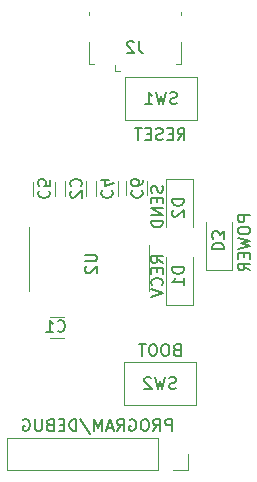
<source format=gbr>
G04 #@! TF.GenerationSoftware,KiCad,Pcbnew,(5.1.4-0-10_14)*
G04 #@! TF.CreationDate,2020-06-27T12:48:12+01:00*
G04 #@! TF.ProjectId,Informer207,496e666f-726d-4657-9232-30372e6b6963,rev?*
G04 #@! TF.SameCoordinates,Original*
G04 #@! TF.FileFunction,Legend,Bot*
G04 #@! TF.FilePolarity,Positive*
%FSLAX46Y46*%
G04 Gerber Fmt 4.6, Leading zero omitted, Abs format (unit mm)*
G04 Created by KiCad (PCBNEW (5.1.4-0-10_14)) date 2020-06-27 12:48:12*
%MOMM*%
%LPD*%
G04 APERTURE LIST*
%ADD10C,0.150000*%
%ADD11C,0.120000*%
G04 APERTURE END LIST*
D10*
X164536380Y-107132571D02*
X164060190Y-106799238D01*
X164536380Y-106561142D02*
X163536380Y-106561142D01*
X163536380Y-106942095D01*
X163584000Y-107037333D01*
X163631619Y-107084952D01*
X163726857Y-107132571D01*
X163869714Y-107132571D01*
X163964952Y-107084952D01*
X164012571Y-107037333D01*
X164060190Y-106942095D01*
X164060190Y-106561142D01*
X164012571Y-107561142D02*
X164012571Y-107894476D01*
X164536380Y-108037333D02*
X164536380Y-107561142D01*
X163536380Y-107561142D01*
X163536380Y-108037333D01*
X164441142Y-109037333D02*
X164488761Y-108989714D01*
X164536380Y-108846857D01*
X164536380Y-108751619D01*
X164488761Y-108608761D01*
X164393523Y-108513523D01*
X164298285Y-108465904D01*
X164107809Y-108418285D01*
X163964952Y-108418285D01*
X163774476Y-108465904D01*
X163679238Y-108513523D01*
X163584000Y-108608761D01*
X163536380Y-108751619D01*
X163536380Y-108846857D01*
X163584000Y-108989714D01*
X163631619Y-109037333D01*
X163536380Y-109323047D02*
X164536380Y-109656380D01*
X163536380Y-109989714D01*
X164488761Y-100600095D02*
X164536380Y-100742952D01*
X164536380Y-100981047D01*
X164488761Y-101076285D01*
X164441142Y-101123904D01*
X164345904Y-101171523D01*
X164250666Y-101171523D01*
X164155428Y-101123904D01*
X164107809Y-101076285D01*
X164060190Y-100981047D01*
X164012571Y-100790571D01*
X163964952Y-100695333D01*
X163917333Y-100647714D01*
X163822095Y-100600095D01*
X163726857Y-100600095D01*
X163631619Y-100647714D01*
X163584000Y-100695333D01*
X163536380Y-100790571D01*
X163536380Y-101028666D01*
X163584000Y-101171523D01*
X164012571Y-101600095D02*
X164012571Y-101933428D01*
X164536380Y-102076285D02*
X164536380Y-101600095D01*
X163536380Y-101600095D01*
X163536380Y-102076285D01*
X164536380Y-102504857D02*
X163536380Y-102504857D01*
X164536380Y-103076285D01*
X163536380Y-103076285D01*
X164536380Y-103552476D02*
X163536380Y-103552476D01*
X163536380Y-103790571D01*
X163584000Y-103933428D01*
X163679238Y-104028666D01*
X163774476Y-104076285D01*
X163964952Y-104123904D01*
X164107809Y-104123904D01*
X164298285Y-104076285D01*
X164393523Y-104028666D01*
X164488761Y-103933428D01*
X164536380Y-103790571D01*
X164536380Y-103552476D01*
X171902380Y-103100476D02*
X170902380Y-103100476D01*
X170902380Y-103481428D01*
X170950000Y-103576666D01*
X170997619Y-103624285D01*
X171092857Y-103671904D01*
X171235714Y-103671904D01*
X171330952Y-103624285D01*
X171378571Y-103576666D01*
X171426190Y-103481428D01*
X171426190Y-103100476D01*
X170902380Y-104290952D02*
X170902380Y-104481428D01*
X170950000Y-104576666D01*
X171045238Y-104671904D01*
X171235714Y-104719523D01*
X171569047Y-104719523D01*
X171759523Y-104671904D01*
X171854761Y-104576666D01*
X171902380Y-104481428D01*
X171902380Y-104290952D01*
X171854761Y-104195714D01*
X171759523Y-104100476D01*
X171569047Y-104052857D01*
X171235714Y-104052857D01*
X171045238Y-104100476D01*
X170950000Y-104195714D01*
X170902380Y-104290952D01*
X170902380Y-105052857D02*
X171902380Y-105290952D01*
X171188095Y-105481428D01*
X171902380Y-105671904D01*
X170902380Y-105910000D01*
X171378571Y-106290952D02*
X171378571Y-106624285D01*
X171902380Y-106767142D02*
X171902380Y-106290952D01*
X170902380Y-106290952D01*
X170902380Y-106767142D01*
X171902380Y-107767142D02*
X171426190Y-107433809D01*
X171902380Y-107195714D02*
X170902380Y-107195714D01*
X170902380Y-107576666D01*
X170950000Y-107671904D01*
X170997619Y-107719523D01*
X171092857Y-107767142D01*
X171235714Y-107767142D01*
X171330952Y-107719523D01*
X171378571Y-107671904D01*
X171426190Y-107576666D01*
X171426190Y-107195714D01*
X165695142Y-114482571D02*
X165552285Y-114530190D01*
X165504666Y-114577809D01*
X165457047Y-114673047D01*
X165457047Y-114815904D01*
X165504666Y-114911142D01*
X165552285Y-114958761D01*
X165647523Y-115006380D01*
X166028476Y-115006380D01*
X166028476Y-114006380D01*
X165695142Y-114006380D01*
X165599904Y-114054000D01*
X165552285Y-114101619D01*
X165504666Y-114196857D01*
X165504666Y-114292095D01*
X165552285Y-114387333D01*
X165599904Y-114434952D01*
X165695142Y-114482571D01*
X166028476Y-114482571D01*
X164838000Y-114006380D02*
X164647523Y-114006380D01*
X164552285Y-114054000D01*
X164457047Y-114149238D01*
X164409428Y-114339714D01*
X164409428Y-114673047D01*
X164457047Y-114863523D01*
X164552285Y-114958761D01*
X164647523Y-115006380D01*
X164838000Y-115006380D01*
X164933238Y-114958761D01*
X165028476Y-114863523D01*
X165076095Y-114673047D01*
X165076095Y-114339714D01*
X165028476Y-114149238D01*
X164933238Y-114054000D01*
X164838000Y-114006380D01*
X163790380Y-114006380D02*
X163599904Y-114006380D01*
X163504666Y-114054000D01*
X163409428Y-114149238D01*
X163361809Y-114339714D01*
X163361809Y-114673047D01*
X163409428Y-114863523D01*
X163504666Y-114958761D01*
X163599904Y-115006380D01*
X163790380Y-115006380D01*
X163885619Y-114958761D01*
X163980857Y-114863523D01*
X164028476Y-114673047D01*
X164028476Y-114339714D01*
X163980857Y-114149238D01*
X163885619Y-114054000D01*
X163790380Y-114006380D01*
X163076095Y-114006380D02*
X162504666Y-114006380D01*
X162790380Y-115006380D02*
X162790380Y-114006380D01*
X165790380Y-96718380D02*
X166123714Y-96242190D01*
X166361809Y-96718380D02*
X166361809Y-95718380D01*
X165980857Y-95718380D01*
X165885619Y-95766000D01*
X165838000Y-95813619D01*
X165790380Y-95908857D01*
X165790380Y-96051714D01*
X165838000Y-96146952D01*
X165885619Y-96194571D01*
X165980857Y-96242190D01*
X166361809Y-96242190D01*
X165361809Y-96194571D02*
X165028476Y-96194571D01*
X164885619Y-96718380D02*
X165361809Y-96718380D01*
X165361809Y-95718380D01*
X164885619Y-95718380D01*
X164504666Y-96670761D02*
X164361809Y-96718380D01*
X164123714Y-96718380D01*
X164028476Y-96670761D01*
X163980857Y-96623142D01*
X163933238Y-96527904D01*
X163933238Y-96432666D01*
X163980857Y-96337428D01*
X164028476Y-96289809D01*
X164123714Y-96242190D01*
X164314190Y-96194571D01*
X164409428Y-96146952D01*
X164457047Y-96099333D01*
X164504666Y-96004095D01*
X164504666Y-95908857D01*
X164457047Y-95813619D01*
X164409428Y-95766000D01*
X164314190Y-95718380D01*
X164076095Y-95718380D01*
X163933238Y-95766000D01*
X163504666Y-96194571D02*
X163171333Y-96194571D01*
X163028476Y-96718380D02*
X163504666Y-96718380D01*
X163504666Y-95718380D01*
X163028476Y-95718380D01*
X162742761Y-95718380D02*
X162171333Y-95718380D01*
X162457047Y-96718380D02*
X162457047Y-95718380D01*
X165289714Y-121356380D02*
X165289714Y-120356380D01*
X164908761Y-120356380D01*
X164813523Y-120404000D01*
X164765904Y-120451619D01*
X164718285Y-120546857D01*
X164718285Y-120689714D01*
X164765904Y-120784952D01*
X164813523Y-120832571D01*
X164908761Y-120880190D01*
X165289714Y-120880190D01*
X163718285Y-121356380D02*
X164051619Y-120880190D01*
X164289714Y-121356380D02*
X164289714Y-120356380D01*
X163908761Y-120356380D01*
X163813523Y-120404000D01*
X163765904Y-120451619D01*
X163718285Y-120546857D01*
X163718285Y-120689714D01*
X163765904Y-120784952D01*
X163813523Y-120832571D01*
X163908761Y-120880190D01*
X164289714Y-120880190D01*
X163099238Y-120356380D02*
X162908761Y-120356380D01*
X162813523Y-120404000D01*
X162718285Y-120499238D01*
X162670666Y-120689714D01*
X162670666Y-121023047D01*
X162718285Y-121213523D01*
X162813523Y-121308761D01*
X162908761Y-121356380D01*
X163099238Y-121356380D01*
X163194476Y-121308761D01*
X163289714Y-121213523D01*
X163337333Y-121023047D01*
X163337333Y-120689714D01*
X163289714Y-120499238D01*
X163194476Y-120404000D01*
X163099238Y-120356380D01*
X161718285Y-120404000D02*
X161813523Y-120356380D01*
X161956380Y-120356380D01*
X162099238Y-120404000D01*
X162194476Y-120499238D01*
X162242095Y-120594476D01*
X162289714Y-120784952D01*
X162289714Y-120927809D01*
X162242095Y-121118285D01*
X162194476Y-121213523D01*
X162099238Y-121308761D01*
X161956380Y-121356380D01*
X161861142Y-121356380D01*
X161718285Y-121308761D01*
X161670666Y-121261142D01*
X161670666Y-120927809D01*
X161861142Y-120927809D01*
X160670666Y-121356380D02*
X161004000Y-120880190D01*
X161242095Y-121356380D02*
X161242095Y-120356380D01*
X160861142Y-120356380D01*
X160765904Y-120404000D01*
X160718285Y-120451619D01*
X160670666Y-120546857D01*
X160670666Y-120689714D01*
X160718285Y-120784952D01*
X160765904Y-120832571D01*
X160861142Y-120880190D01*
X161242095Y-120880190D01*
X160289714Y-121070666D02*
X159813523Y-121070666D01*
X160384952Y-121356380D02*
X160051619Y-120356380D01*
X159718285Y-121356380D01*
X159384952Y-121356380D02*
X159384952Y-120356380D01*
X159051619Y-121070666D01*
X158718285Y-120356380D01*
X158718285Y-121356380D01*
X157527809Y-120308761D02*
X158384952Y-121594476D01*
X157194476Y-121356380D02*
X157194476Y-120356380D01*
X156956380Y-120356380D01*
X156813523Y-120404000D01*
X156718285Y-120499238D01*
X156670666Y-120594476D01*
X156623047Y-120784952D01*
X156623047Y-120927809D01*
X156670666Y-121118285D01*
X156718285Y-121213523D01*
X156813523Y-121308761D01*
X156956380Y-121356380D01*
X157194476Y-121356380D01*
X156194476Y-120832571D02*
X155861142Y-120832571D01*
X155718285Y-121356380D02*
X156194476Y-121356380D01*
X156194476Y-120356380D01*
X155718285Y-120356380D01*
X154956380Y-120832571D02*
X154813523Y-120880190D01*
X154765904Y-120927809D01*
X154718285Y-121023047D01*
X154718285Y-121165904D01*
X154765904Y-121261142D01*
X154813523Y-121308761D01*
X154908761Y-121356380D01*
X155289714Y-121356380D01*
X155289714Y-120356380D01*
X154956380Y-120356380D01*
X154861142Y-120404000D01*
X154813523Y-120451619D01*
X154765904Y-120546857D01*
X154765904Y-120642095D01*
X154813523Y-120737333D01*
X154861142Y-120784952D01*
X154956380Y-120832571D01*
X155289714Y-120832571D01*
X154289714Y-120356380D02*
X154289714Y-121165904D01*
X154242095Y-121261142D01*
X154194476Y-121308761D01*
X154099238Y-121356380D01*
X153908761Y-121356380D01*
X153813523Y-121308761D01*
X153765904Y-121261142D01*
X153718285Y-121165904D01*
X153718285Y-120356380D01*
X152718285Y-120404000D02*
X152813523Y-120356380D01*
X152956380Y-120356380D01*
X153099238Y-120404000D01*
X153194476Y-120499238D01*
X153242095Y-120594476D01*
X153289714Y-120784952D01*
X153289714Y-120927809D01*
X153242095Y-121118285D01*
X153194476Y-121213523D01*
X153099238Y-121308761D01*
X152956380Y-121356380D01*
X152861142Y-121356380D01*
X152718285Y-121308761D01*
X152670666Y-121261142D01*
X152670666Y-120927809D01*
X152861142Y-120927809D01*
D11*
X154987236Y-113508200D02*
X156191364Y-113508200D01*
X154987236Y-111688200D02*
X156191364Y-111688200D01*
X156227100Y-100221636D02*
X156227100Y-101425764D01*
X158047100Y-100221636D02*
X158047100Y-101425764D01*
X158881400Y-101425764D02*
X158881400Y-100221636D01*
X160701400Y-101425764D02*
X160701400Y-100221636D01*
X155380100Y-101454364D02*
X155380100Y-100250236D01*
X153560100Y-101454364D02*
X153560100Y-100250236D01*
X161383300Y-101413064D02*
X161383300Y-100208936D01*
X163203300Y-101413064D02*
X163203300Y-100208936D01*
X164803200Y-110675100D02*
X164803200Y-106615100D01*
X167073200Y-110675100D02*
X164803200Y-110675100D01*
X167073200Y-106615100D02*
X167073200Y-110675100D01*
X164803200Y-104049300D02*
X164803200Y-99989300D01*
X164803200Y-99989300D02*
X167073200Y-99989300D01*
X167073200Y-99989300D02*
X167073200Y-104049300D01*
X170426000Y-103646500D02*
X170426000Y-107706500D01*
X170426000Y-107706500D02*
X168156000Y-107706500D01*
X168156000Y-107706500D02*
X168156000Y-103646500D01*
X151324000Y-124647000D02*
X151324000Y-121987000D01*
X164084000Y-124647000D02*
X151324000Y-124647000D01*
X164084000Y-121987000D02*
X151324000Y-121987000D01*
X164084000Y-124647000D02*
X164084000Y-121987000D01*
X165354000Y-124647000D02*
X166684000Y-124647000D01*
X166684000Y-124647000D02*
X166684000Y-123317000D01*
X158279000Y-90306900D02*
X158729000Y-90306900D01*
X158279000Y-88456900D02*
X158279000Y-90306900D01*
X166079000Y-85906900D02*
X166079000Y-86156900D01*
X158279000Y-85906900D02*
X158279000Y-86156900D01*
X166079000Y-88456900D02*
X166079000Y-90306900D01*
X166079000Y-90306900D02*
X165629000Y-90306900D01*
X160479000Y-90856900D02*
X160929000Y-90856900D01*
X160479000Y-90856900D02*
X160479000Y-90406900D01*
X163358001Y-107523901D02*
X163358001Y-109473901D01*
X163358001Y-107523901D02*
X163358001Y-105573901D01*
X153238001Y-107523901D02*
X153238001Y-109473901D01*
X153238001Y-107523901D02*
X153238001Y-104073901D01*
X161315000Y-95068000D02*
X167435000Y-95068000D01*
X167435000Y-95068000D02*
X167435000Y-91368000D01*
X167435000Y-91368000D02*
X161315000Y-91368000D01*
X161315000Y-91368000D02*
X161315000Y-95068000D01*
X167358800Y-119198000D02*
X167358800Y-115498000D01*
X161238800Y-119198000D02*
X167358800Y-119198000D01*
X161238800Y-115498000D02*
X161238800Y-119198000D01*
X167358800Y-115498000D02*
X161238800Y-115498000D01*
D10*
X155614666Y-112879142D02*
X155662285Y-112926761D01*
X155805142Y-112974380D01*
X155900380Y-112974380D01*
X156043238Y-112926761D01*
X156138476Y-112831523D01*
X156186095Y-112736285D01*
X156233714Y-112545809D01*
X156233714Y-112402952D01*
X156186095Y-112212476D01*
X156138476Y-112117238D01*
X156043238Y-112022000D01*
X155900380Y-111974380D01*
X155805142Y-111974380D01*
X155662285Y-112022000D01*
X155614666Y-112069619D01*
X154662285Y-112974380D02*
X155233714Y-112974380D01*
X154948000Y-112974380D02*
X154948000Y-111974380D01*
X155043238Y-112117238D01*
X155138476Y-112212476D01*
X155233714Y-112260095D01*
X157583142Y-100657033D02*
X157630761Y-100609414D01*
X157678380Y-100466557D01*
X157678380Y-100371319D01*
X157630761Y-100228461D01*
X157535523Y-100133223D01*
X157440285Y-100085604D01*
X157249809Y-100037985D01*
X157106952Y-100037985D01*
X156916476Y-100085604D01*
X156821238Y-100133223D01*
X156726000Y-100228461D01*
X156678380Y-100371319D01*
X156678380Y-100466557D01*
X156726000Y-100609414D01*
X156773619Y-100657033D01*
X156773619Y-101037985D02*
X156726000Y-101085604D01*
X156678380Y-101180842D01*
X156678380Y-101418938D01*
X156726000Y-101514176D01*
X156773619Y-101561795D01*
X156868857Y-101609414D01*
X156964095Y-101609414D01*
X157106952Y-101561795D01*
X157678380Y-100990366D01*
X157678380Y-101609414D01*
X159408857Y-100990366D02*
X159361238Y-101037985D01*
X159313619Y-101180842D01*
X159313619Y-101276080D01*
X159361238Y-101418938D01*
X159456476Y-101514176D01*
X159551714Y-101561795D01*
X159742190Y-101609414D01*
X159885047Y-101609414D01*
X160075523Y-101561795D01*
X160170761Y-101514176D01*
X160266000Y-101418938D01*
X160313619Y-101276080D01*
X160313619Y-101180842D01*
X160266000Y-101037985D01*
X160218380Y-100990366D01*
X159980285Y-100133223D02*
X159313619Y-100133223D01*
X160361238Y-100371319D02*
X159646952Y-100609414D01*
X159646952Y-99990366D01*
X154074857Y-101004666D02*
X154027238Y-101052285D01*
X153979619Y-101195142D01*
X153979619Y-101290380D01*
X154027238Y-101433238D01*
X154122476Y-101528476D01*
X154217714Y-101576095D01*
X154408190Y-101623714D01*
X154551047Y-101623714D01*
X154741523Y-101576095D01*
X154836761Y-101528476D01*
X154932000Y-101433238D01*
X154979619Y-101290380D01*
X154979619Y-101195142D01*
X154932000Y-101052285D01*
X154884380Y-101004666D01*
X154979619Y-100099904D02*
X154979619Y-100576095D01*
X154503428Y-100623714D01*
X154551047Y-100576095D01*
X154598666Y-100480857D01*
X154598666Y-100242761D01*
X154551047Y-100147523D01*
X154503428Y-100099904D01*
X154408190Y-100052285D01*
X154170095Y-100052285D01*
X154074857Y-100099904D01*
X154027238Y-100147523D01*
X153979619Y-100242761D01*
X153979619Y-100480857D01*
X154027238Y-100576095D01*
X154074857Y-100623714D01*
X161948857Y-100977666D02*
X161901238Y-101025285D01*
X161853619Y-101168142D01*
X161853619Y-101263380D01*
X161901238Y-101406238D01*
X161996476Y-101501476D01*
X162091714Y-101549095D01*
X162282190Y-101596714D01*
X162425047Y-101596714D01*
X162615523Y-101549095D01*
X162710761Y-101501476D01*
X162806000Y-101406238D01*
X162853619Y-101263380D01*
X162853619Y-101168142D01*
X162806000Y-101025285D01*
X162758380Y-100977666D01*
X162853619Y-100120523D02*
X162853619Y-100311000D01*
X162806000Y-100406238D01*
X162758380Y-100453857D01*
X162615523Y-100549095D01*
X162425047Y-100596714D01*
X162044095Y-100596714D01*
X161948857Y-100549095D01*
X161901238Y-100501476D01*
X161853619Y-100406238D01*
X161853619Y-100215761D01*
X161901238Y-100120523D01*
X161948857Y-100072904D01*
X162044095Y-100025285D01*
X162282190Y-100025285D01*
X162377428Y-100072904D01*
X162425047Y-100120523D01*
X162472666Y-100215761D01*
X162472666Y-100406238D01*
X162425047Y-100501476D01*
X162377428Y-100549095D01*
X162282190Y-100596714D01*
X166314380Y-107477004D02*
X165314380Y-107477004D01*
X165314380Y-107715100D01*
X165362000Y-107857957D01*
X165457238Y-107953195D01*
X165552476Y-108000814D01*
X165742952Y-108048433D01*
X165885809Y-108048433D01*
X166076285Y-108000814D01*
X166171523Y-107953195D01*
X166266761Y-107857957D01*
X166314380Y-107715100D01*
X166314380Y-107477004D01*
X166314380Y-109000814D02*
X166314380Y-108429385D01*
X166314380Y-108715100D02*
X165314380Y-108715100D01*
X165457238Y-108619861D01*
X165552476Y-108524623D01*
X165600095Y-108429385D01*
X166314380Y-101711204D02*
X165314380Y-101711204D01*
X165314380Y-101949300D01*
X165362000Y-102092157D01*
X165457238Y-102187395D01*
X165552476Y-102235014D01*
X165742952Y-102282633D01*
X165885809Y-102282633D01*
X166076285Y-102235014D01*
X166171523Y-102187395D01*
X166266761Y-102092157D01*
X166314380Y-101949300D01*
X166314380Y-101711204D01*
X165409619Y-102663585D02*
X165362000Y-102711204D01*
X165314380Y-102806442D01*
X165314380Y-103044538D01*
X165362000Y-103139776D01*
X165409619Y-103187395D01*
X165504857Y-103235014D01*
X165600095Y-103235014D01*
X165742952Y-103187395D01*
X166314380Y-102615966D01*
X166314380Y-103235014D01*
X168711619Y-105984595D02*
X169711619Y-105984595D01*
X169711619Y-105746500D01*
X169664000Y-105603642D01*
X169568761Y-105508404D01*
X169473523Y-105460785D01*
X169283047Y-105413166D01*
X169140190Y-105413166D01*
X168949714Y-105460785D01*
X168854476Y-105508404D01*
X168759238Y-105603642D01*
X168711619Y-105746500D01*
X168711619Y-105984595D01*
X169711619Y-105079833D02*
X169711619Y-104460785D01*
X169330666Y-104794119D01*
X169330666Y-104651261D01*
X169283047Y-104556023D01*
X169235428Y-104508404D01*
X169140190Y-104460785D01*
X168902095Y-104460785D01*
X168806857Y-104508404D01*
X168759238Y-104556023D01*
X168711619Y-104651261D01*
X168711619Y-104936976D01*
X168759238Y-105032214D01*
X168806857Y-105079833D01*
X162512333Y-88352380D02*
X162512333Y-89066666D01*
X162559952Y-89209523D01*
X162655190Y-89304761D01*
X162798047Y-89352380D01*
X162893285Y-89352380D01*
X162083761Y-88447619D02*
X162036142Y-88400000D01*
X161940904Y-88352380D01*
X161702809Y-88352380D01*
X161607571Y-88400000D01*
X161559952Y-88447619D01*
X161512333Y-88542857D01*
X161512333Y-88638095D01*
X161559952Y-88780952D01*
X162131380Y-89352380D01*
X161512333Y-89352380D01*
X157948380Y-106426095D02*
X158757904Y-106426095D01*
X158853142Y-106473714D01*
X158900761Y-106521333D01*
X158948380Y-106616571D01*
X158948380Y-106807047D01*
X158900761Y-106902285D01*
X158853142Y-106949904D01*
X158757904Y-106997523D01*
X157948380Y-106997523D01*
X158043619Y-107426095D02*
X157996000Y-107473714D01*
X157948380Y-107568952D01*
X157948380Y-107807047D01*
X157996000Y-107902285D01*
X158043619Y-107949904D01*
X158138857Y-107997523D01*
X158234095Y-107997523D01*
X158376952Y-107949904D01*
X158948380Y-107378476D01*
X158948380Y-107997523D01*
X165708333Y-93622761D02*
X165565476Y-93670380D01*
X165327380Y-93670380D01*
X165232142Y-93622761D01*
X165184523Y-93575142D01*
X165136904Y-93479904D01*
X165136904Y-93384666D01*
X165184523Y-93289428D01*
X165232142Y-93241809D01*
X165327380Y-93194190D01*
X165517857Y-93146571D01*
X165613095Y-93098952D01*
X165660714Y-93051333D01*
X165708333Y-92956095D01*
X165708333Y-92860857D01*
X165660714Y-92765619D01*
X165613095Y-92718000D01*
X165517857Y-92670380D01*
X165279761Y-92670380D01*
X165136904Y-92718000D01*
X164803571Y-92670380D02*
X164565476Y-93670380D01*
X164375000Y-92956095D01*
X164184523Y-93670380D01*
X163946428Y-92670380D01*
X163041666Y-93670380D02*
X163613095Y-93670380D01*
X163327380Y-93670380D02*
X163327380Y-92670380D01*
X163422619Y-92813238D01*
X163517857Y-92908476D01*
X163613095Y-92956095D01*
X165632133Y-117752761D02*
X165489276Y-117800380D01*
X165251180Y-117800380D01*
X165155942Y-117752761D01*
X165108323Y-117705142D01*
X165060704Y-117609904D01*
X165060704Y-117514666D01*
X165108323Y-117419428D01*
X165155942Y-117371809D01*
X165251180Y-117324190D01*
X165441657Y-117276571D01*
X165536895Y-117228952D01*
X165584514Y-117181333D01*
X165632133Y-117086095D01*
X165632133Y-116990857D01*
X165584514Y-116895619D01*
X165536895Y-116848000D01*
X165441657Y-116800380D01*
X165203561Y-116800380D01*
X165060704Y-116848000D01*
X164727371Y-116800380D02*
X164489276Y-117800380D01*
X164298800Y-117086095D01*
X164108323Y-117800380D01*
X163870228Y-116800380D01*
X163536895Y-116895619D02*
X163489276Y-116848000D01*
X163394038Y-116800380D01*
X163155942Y-116800380D01*
X163060704Y-116848000D01*
X163013085Y-116895619D01*
X162965466Y-116990857D01*
X162965466Y-117086095D01*
X163013085Y-117228952D01*
X163584514Y-117800380D01*
X162965466Y-117800380D01*
M02*

</source>
